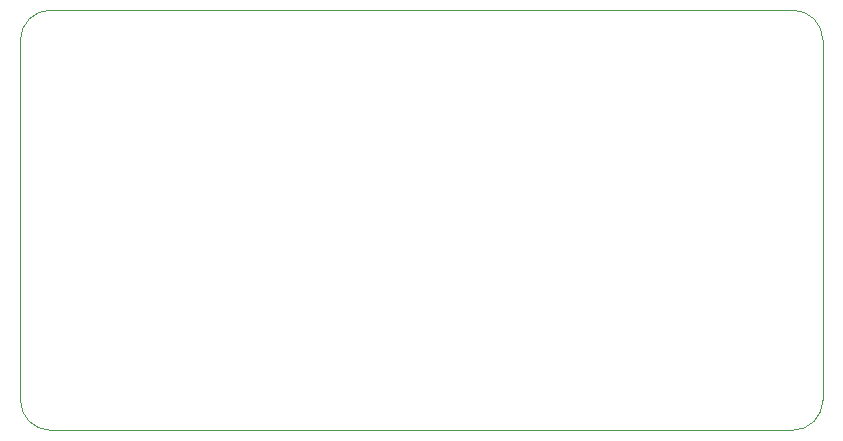
<source format=gbr>
G04 #@! TF.GenerationSoftware,KiCad,Pcbnew,(5.1.9)-1*
G04 #@! TF.CreationDate,2021-11-02T13:36:32-07:00*
G04 #@! TF.ProjectId,wemos_d1_mini_weather_station,77656d6f-735f-4643-915f-6d696e695f77,rev?*
G04 #@! TF.SameCoordinates,Original*
G04 #@! TF.FileFunction,Profile,NP*
%FSLAX46Y46*%
G04 Gerber Fmt 4.6, Leading zero omitted, Abs format (unit mm)*
G04 Created by KiCad (PCBNEW (5.1.9)-1) date 2021-11-02 13:36:32*
%MOMM*%
%LPD*%
G01*
G04 APERTURE LIST*
G04 #@! TA.AperFunction,Profile*
%ADD10C,0.050000*%
G04 #@! TD*
G04 APERTURE END LIST*
D10*
X122555000Y-98425000D02*
G75*
G02*
X120015000Y-100965000I-2540000J0D01*
G01*
X57150000Y-100965000D02*
G75*
G02*
X54610000Y-98425000I0J2540000D01*
G01*
X54610000Y-67945000D02*
G75*
G02*
X57150000Y-65405000I2540000J0D01*
G01*
X120015000Y-65405000D02*
G75*
G02*
X122555000Y-67945000I0J-2540000D01*
G01*
X54610000Y-67945000D02*
X54610000Y-98425000D01*
X120015000Y-65405000D02*
X57150000Y-65405000D01*
X122555000Y-98425000D02*
X122555000Y-67945000D01*
X57150000Y-100965000D02*
X120015000Y-100965000D01*
M02*

</source>
